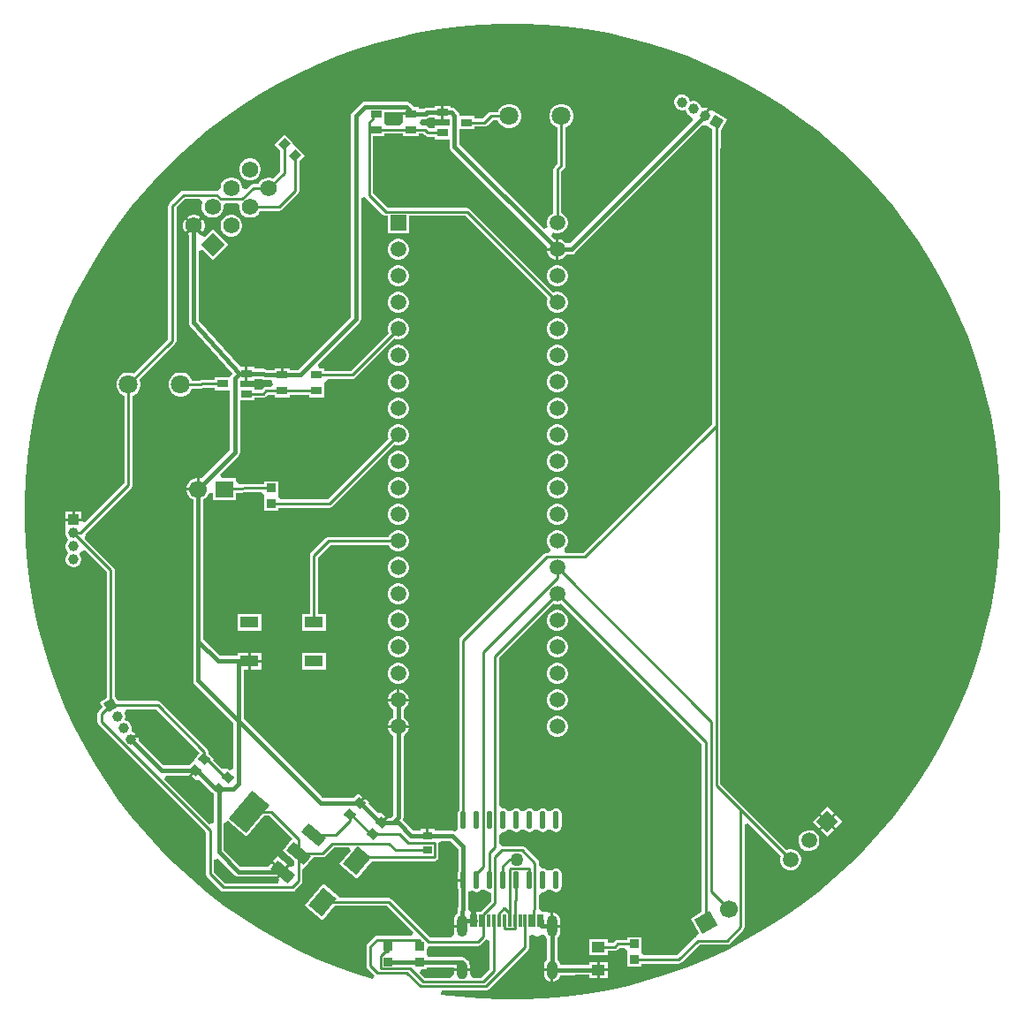
<source format=gtl>
G04*
G04 #@! TF.GenerationSoftware,Altium Limited,Altium Designer,24.6.1 (21)*
G04*
G04 Layer_Physical_Order=1*
G04 Layer_Color=255*
%FSLAX25Y25*%
%MOIN*%
G70*
G04*
G04 #@! TF.SameCoordinates,810A1A35-3EFD-48DE-86EF-F02317520920*
G04*
G04*
G04 #@! TF.FilePolarity,Positive*
G04*
G01*
G75*
%ADD11C,0.01000*%
G04:AMPARAMS|DCode=17|XSize=86.61mil|YSize=66.93mil|CornerRadius=0mil|HoleSize=0mil|Usage=FLASHONLY|Rotation=230.000|XOffset=0mil|YOffset=0mil|HoleType=Round|Shape=Rectangle|*
%AMROTATEDRECTD17*
4,1,4,0.00220,0.05469,0.05347,0.01167,-0.00220,-0.05469,-0.05347,-0.01167,0.00220,0.05469,0.0*
%
%ADD17ROTATEDRECTD17*%

%ADD18O,0.02205X0.06870*%
%ADD19R,0.03937X0.03150*%
%ADD20R,0.03937X0.02953*%
%ADD21R,0.07087X0.04331*%
G04:AMPARAMS|DCode=22|XSize=137.8mil|YSize=86.61mil|CornerRadius=0mil|HoleSize=0mil|Usage=FLASHONLY|Rotation=50.000|XOffset=0mil|YOffset=0mil|HoleType=Round|Shape=Rectangle|*
%AMROTATEDRECTD22*
4,1,4,-0.01111,-0.08062,-0.07746,-0.02494,0.01111,0.08062,0.07746,0.02494,-0.01111,-0.08062,0.0*
%
%ADD22ROTATEDRECTD22*%

G04:AMPARAMS|DCode=23|XSize=43.31mil|YSize=86.61mil|CornerRadius=0mil|HoleSize=0mil|Usage=FLASHONLY|Rotation=50.000|XOffset=0mil|YOffset=0mil|HoleType=Round|Shape=Rectangle|*
%AMROTATEDRECTD23*
4,1,4,0.01926,-0.04443,-0.04709,0.01125,-0.01926,0.04443,0.04709,-0.01125,0.01926,-0.04443,0.0*
%
%ADD23ROTATEDRECTD23*%

G04:AMPARAMS|DCode=24|XSize=31.5mil|YSize=35.43mil|CornerRadius=0mil|HoleSize=0mil|Usage=FLASHONLY|Rotation=50.000|XOffset=0mil|YOffset=0mil|HoleType=Round|Shape=Rectangle|*
%AMROTATEDRECTD24*
4,1,4,0.00345,-0.02345,-0.02369,-0.00068,-0.00345,0.02345,0.02369,0.00068,0.00345,-0.02345,0.0*
%
%ADD24ROTATEDRECTD24*%

%ADD25R,0.03543X0.03150*%
%ADD26R,0.04921X0.03937*%
%ADD57R,0.01181X0.04528*%
%ADD58R,0.03402X0.03175*%
G04:AMPARAMS|DCode=59|XSize=31.75mil|YSize=34.02mil|CornerRadius=0mil|HoleSize=0mil|Usage=FLASHONLY|Rotation=135.000|XOffset=0mil|YOffset=0mil|HoleType=Round|Shape=Rectangle|*
%AMROTATEDRECTD59*
4,1,4,0.02325,0.00080,-0.00080,-0.02325,-0.02325,-0.00080,0.00080,0.02325,0.02325,0.00080,0.0*
%
%ADD59ROTATEDRECTD59*%

%ADD60C,0.01800*%
G04:AMPARAMS|DCode=61|XSize=66.93mil|YSize=62mil|CornerRadius=0mil|HoleSize=0mil|Usage=FLASHONLY|Rotation=30.000|XOffset=0mil|YOffset=0mil|HoleType=Round|Shape=Rectangle|*
%AMROTATEDRECTD61*
4,1,4,-0.01348,-0.04358,-0.04448,0.01011,0.01348,0.04358,0.04448,-0.01011,-0.01348,-0.04358,0.0*
%
%ADD61ROTATEDRECTD61*%

%ADD62C,0.06693*%
%ADD63C,0.05906*%
%ADD64P,0.08352X4X91.0*%
%ADD65O,0.03937X0.08268*%
%ADD66O,0.03937X0.07087*%
%ADD67C,0.07087*%
%ADD68R,0.03937X0.03937*%
%ADD69C,0.03937*%
%ADD70P,0.05568X4X345.0*%
%ADD71P,0.05568X4X195.0*%
%ADD72P,0.08768X4X90.0*%
%ADD73C,0.06200*%
%ADD74R,0.05906X0.05906*%
%ADD75R,0.06693X0.06200*%
%ADD76C,0.05000*%
G36*
X-41276Y150602D02*
X-38307D01*
Y149602D01*
X-41276D01*
Y147626D01*
X-41276D01*
Y147226D01*
X-42383Y145726D01*
X-47231D01*
X-48338Y146673D01*
Y147626D01*
X-48338D01*
X-48338Y148173D01*
Y150863D01*
X-41276D01*
Y150602D01*
D02*
G37*
G36*
X-117852Y-91011D02*
X-120007Y-93580D01*
D01*
X-120971Y-94729D01*
X-121764Y-95674D01*
X-131577D01*
X-141103Y-86148D01*
Y-85528D01*
X-141276Y-84883D01*
X-143821Y-86352D01*
X-144321Y-85486D01*
X-141776Y-84017D01*
X-142248Y-83544D01*
X-142925Y-83153D01*
X-143668Y-82800D01*
X-143603Y-81980D01*
Y-81198D01*
X-143805Y-80443D01*
X-144196Y-79766D01*
X-144748Y-79214D01*
X-145425Y-78823D01*
X-146168Y-78470D01*
X-146103Y-77650D01*
Y-76868D01*
X-146305Y-76113D01*
X-146395Y-75958D01*
X-145761Y-74601D01*
X-145601Y-74458D01*
X-134405D01*
X-117852Y-91011D01*
D02*
G37*
G36*
X-119388Y-97933D02*
X-121043Y-99905D01*
X-119303Y-101365D01*
X-119303D01*
X-117849Y-101302D01*
X-114458Y-104693D01*
X-114550Y-104802D01*
X-113301Y-105850D01*
X-113170Y-105981D01*
X-113046Y-106064D01*
X-112709Y-106347D01*
Y-117365D01*
X-114209Y-117986D01*
X-131146Y-101048D01*
X-130525Y-99548D01*
X-122050D01*
X-120154Y-97290D01*
X-119388Y-97933D01*
D02*
G37*
G36*
X-82989Y-123332D02*
X-86772Y-127840D01*
X-82184Y-131691D01*
Y-133473D01*
X-83543Y-134106D01*
X-84057Y-133675D01*
X-86092Y-136100D01*
X-88126Y-138525D01*
X-87845Y-138761D01*
X-88358Y-140171D01*
X-108266D01*
X-112571Y-135866D01*
Y-131411D01*
X-111071Y-130790D01*
X-104712Y-137148D01*
X-104083Y-137568D01*
X-103342Y-137716D01*
X-89090D01*
X-88892Y-137882D01*
X-87179Y-135840D01*
X-90879Y-132735D01*
X-91808Y-133841D01*
X-102540D01*
X-108834Y-127547D01*
Y-117454D01*
X-107334Y-116754D01*
X-100334Y-122628D01*
X-93670Y-114687D01*
X-91633D01*
X-82989Y-123332D01*
D02*
G37*
G36*
X12042Y183718D02*
X20044Y183017D01*
X28008Y181969D01*
X35918Y180574D01*
X43761Y178835D01*
X51520Y176756D01*
X59181Y174341D01*
X66729Y171594D01*
X74150Y168520D01*
X81431Y165125D01*
X88556Y161416D01*
X95512Y157399D01*
X102287Y153083D01*
X108867Y148476D01*
X115240Y143586D01*
X121393Y138423D01*
X127316Y132996D01*
X132996Y127316D01*
X138423Y121393D01*
X143586Y115240D01*
X148476Y108867D01*
X153083Y102287D01*
X157399Y95512D01*
X161416Y88556D01*
X165125Y81431D01*
X168520Y74150D01*
X171594Y66729D01*
X174341Y59181D01*
X176756Y51520D01*
X178835Y43761D01*
X180574Y35918D01*
X181969Y28008D01*
X183017Y20044D01*
X183718Y12042D01*
X184068Y4016D01*
Y0D01*
Y-4016D01*
X183718Y-12042D01*
X183017Y-20044D01*
X181969Y-28008D01*
X180574Y-35918D01*
X178835Y-43761D01*
X176756Y-51520D01*
X174341Y-59181D01*
X171594Y-66729D01*
X168520Y-74150D01*
X165125Y-81431D01*
X161416Y-88556D01*
X157399Y-95512D01*
X153083Y-102287D01*
X148476Y-108867D01*
X143586Y-115240D01*
X138423Y-121393D01*
X132996Y-127316D01*
X127316Y-132996D01*
X121393Y-138423D01*
X115240Y-143586D01*
X108867Y-148476D01*
X102287Y-153083D01*
X95512Y-157399D01*
X88556Y-161416D01*
X81431Y-165125D01*
X74150Y-168520D01*
X66729Y-171594D01*
X59181Y-174341D01*
X51520Y-176756D01*
X43761Y-178835D01*
X35918Y-180574D01*
X28008Y-181969D01*
X20044Y-183017D01*
X12042Y-183718D01*
X4016Y-184068D01*
X-4016D01*
X-12042Y-183718D01*
X-20044Y-183017D01*
X-26789Y-182129D01*
X-26691Y-180629D01*
X-10100D01*
X-9515Y-180513D01*
X-9019Y-180181D01*
X5971Y-165191D01*
X6303Y-164695D01*
X6419Y-164110D01*
Y-159899D01*
X7490Y-159458D01*
X7883Y-159402D01*
X7924Y-159499D01*
X8283Y-159851D01*
X8382Y-159891D01*
X8457Y-159966D01*
X8923Y-160155D01*
X9029Y-160155D01*
X9127Y-160196D01*
X9630Y-160196D01*
X9728Y-160155D01*
X9834Y-160155D01*
X10300Y-159965D01*
X10375Y-159890D01*
X10474Y-159851D01*
X10695Y-159634D01*
X10831Y-159604D01*
X11774Y-159653D01*
X12346Y-159879D01*
X12415Y-160046D01*
X12891Y-160667D01*
X13071Y-160805D01*
Y-169011D01*
X12891Y-169149D01*
X12415Y-169769D01*
X12116Y-170491D01*
X12014Y-171266D01*
Y-172341D01*
X15008D01*
Y-172841D01*
X15508D01*
Y-177344D01*
X15783Y-177308D01*
X16505Y-177009D01*
X17125Y-176533D01*
X17601Y-175913D01*
X17900Y-175191D01*
X17954Y-174778D01*
X23700D01*
X23750Y-174768D01*
X29039D01*
Y-175800D01*
X32000D01*
Y-172831D01*
Y-169862D01*
X29039D01*
Y-170894D01*
X23710D01*
X23660Y-170904D01*
X17954D01*
X17900Y-170491D01*
X17601Y-169769D01*
X17125Y-169149D01*
X16945Y-169011D01*
Y-160805D01*
X17125Y-160667D01*
X17601Y-160046D01*
X17900Y-159324D01*
X18002Y-158549D01*
Y-156884D01*
X15008D01*
Y-156384D01*
X14508D01*
Y-151290D01*
X14280Y-151320D01*
X14222Y-151323D01*
X12779Y-150895D01*
Y-150895D01*
X11332D01*
X10029Y-149939D01*
Y-144545D01*
X11500Y-143476D01*
X12320Y-143313D01*
X13016Y-142848D01*
X13167Y-142622D01*
X13278Y-142584D01*
X14722D01*
X14833Y-142622D01*
X14985Y-142848D01*
X15680Y-143313D01*
X16500Y-143476D01*
X17321Y-143313D01*
X18016Y-142848D01*
X18481Y-142153D01*
X18644Y-141333D01*
Y-136667D01*
X18481Y-135847D01*
X18016Y-135152D01*
X17321Y-134687D01*
X16500Y-134524D01*
X15680Y-134687D01*
X14985Y-135152D01*
X14833Y-135378D01*
X14722Y-135416D01*
X13278D01*
X13167Y-135378D01*
X13016Y-135152D01*
X12320Y-134687D01*
X11500Y-134524D01*
X10029Y-133455D01*
Y-132500D01*
X9913Y-131915D01*
X9581Y-131419D01*
X4781Y-126619D01*
X4285Y-126287D01*
X3700Y-126171D01*
X-3623D01*
X-4023Y-126171D01*
X-4971Y-124862D01*
Y-121927D01*
X-3500Y-120858D01*
X-2680Y-120695D01*
X-1984Y-120231D01*
X-1833Y-120005D01*
X-1722Y-119966D01*
X-278D01*
X-167Y-120005D01*
X-16Y-120231D01*
X680Y-120695D01*
X1500Y-120858D01*
X2320Y-120695D01*
X3016Y-120231D01*
X3167Y-120005D01*
X3278Y-119966D01*
X4722D01*
X4833Y-120005D01*
X4984Y-120231D01*
X5680Y-120695D01*
X6500Y-120858D01*
X7320Y-120695D01*
X8016Y-120231D01*
X8167Y-120005D01*
X8278Y-119966D01*
X9722D01*
X9833Y-120005D01*
X9984Y-120231D01*
X10680Y-120695D01*
X11500Y-120858D01*
X12320Y-120695D01*
X13016Y-120231D01*
X13167Y-120005D01*
X13278Y-119966D01*
X14722D01*
X14833Y-120005D01*
X14984Y-120231D01*
X15680Y-120695D01*
X16500Y-120858D01*
X17320Y-120695D01*
X18016Y-120231D01*
X18480Y-119535D01*
X18643Y-118715D01*
Y-114049D01*
X18480Y-113229D01*
X18016Y-112534D01*
X17320Y-112069D01*
X16500Y-111906D01*
X15680Y-112069D01*
X14984Y-112534D01*
X14833Y-112760D01*
X14722Y-112798D01*
X13278D01*
X13167Y-112760D01*
X13016Y-112534D01*
X12320Y-112069D01*
X11500Y-111906D01*
X10680Y-112069D01*
X9984Y-112534D01*
X9833Y-112760D01*
X9722Y-112798D01*
X8278D01*
X8167Y-112760D01*
X8016Y-112534D01*
X7320Y-112069D01*
X6500Y-111906D01*
X5680Y-112069D01*
X4984Y-112534D01*
X4833Y-112760D01*
X4722Y-112798D01*
X3278D01*
X3167Y-112760D01*
X3016Y-112534D01*
X2320Y-112069D01*
X1500Y-111906D01*
X680Y-112069D01*
X-16Y-112534D01*
X-167Y-112760D01*
X-278Y-112798D01*
X-1722D01*
X-1833Y-112760D01*
X-1984Y-112534D01*
X-2680Y-112069D01*
X-3500Y-111906D01*
X-4971Y-110837D01*
Y-55133D01*
X15478Y-34685D01*
X16480Y-34953D01*
X17520D01*
X18522Y-34685D01*
X71526Y-87689D01*
Y-151002D01*
X67242Y-153476D01*
X70394Y-158936D01*
X69512Y-160368D01*
X69415Y-160387D01*
X68919Y-160719D01*
X62200Y-167437D01*
X49762D01*
X48701Y-166376D01*
X48701Y-164878D01*
Y-160447D01*
X43299D01*
Y-161505D01*
X39735D01*
X39150Y-161621D01*
X38654Y-161953D01*
X37966Y-162640D01*
X35961D01*
Y-161200D01*
X29039D01*
Y-167138D01*
X35961D01*
Y-165698D01*
X38600D01*
X39185Y-165582D01*
X39681Y-165250D01*
X40369Y-164563D01*
X42239D01*
X43299Y-165624D01*
X43299Y-167122D01*
Y-171554D01*
X48701D01*
Y-170495D01*
X62834D01*
X63419Y-170379D01*
X63915Y-170047D01*
X70634Y-163329D01*
X81000D01*
X81585Y-163213D01*
X82081Y-162881D01*
X87181Y-157781D01*
X87513Y-157285D01*
X87629Y-156700D01*
Y-118063D01*
X89015Y-117489D01*
X101301Y-129774D01*
X101271Y-129829D01*
X101019Y-130839D01*
X101037Y-131880D01*
X101324Y-132880D01*
X101860Y-133773D01*
X102609Y-134495D01*
X103519Y-135000D01*
X104529Y-135252D01*
X105569Y-135234D01*
X106570Y-134947D01*
X107462Y-134411D01*
X108185Y-133662D01*
X108689Y-132752D01*
X108941Y-131742D01*
X108923Y-130701D01*
X108636Y-129701D01*
X108100Y-128809D01*
X107352Y-128086D01*
X106441Y-127581D01*
X105431Y-127329D01*
X104391Y-127348D01*
X103465Y-127613D01*
X87181Y-111329D01*
X78529Y-102677D01*
Y32500D01*
Y136957D01*
X78565Y137136D01*
Y143676D01*
X81091Y148051D01*
X75949Y151019D01*
D01*
X74631Y151737D01*
X74608Y151760D01*
X73138Y149214D01*
X72272Y149714D01*
X73742Y152260D01*
X73096Y152433D01*
X72315D01*
X71495Y152367D01*
X71141Y153110D01*
X70751Y153787D01*
X70198Y154340D01*
X69521Y154731D01*
X68766Y154933D01*
X67984D01*
X67164Y154867D01*
X66811Y155610D01*
X66421Y156287D01*
X65868Y156840D01*
X65191Y157231D01*
X64436Y157433D01*
X63654D01*
X62899Y157231D01*
X62222Y156840D01*
X61670Y156287D01*
X61279Y155610D01*
X61077Y154855D01*
Y154074D01*
X61279Y153319D01*
X61670Y152642D01*
X62222Y152089D01*
X62899Y151698D01*
X63654Y151496D01*
X64436D01*
X65256Y151561D01*
X65609Y150819D01*
X66000Y150142D01*
X66553Y149589D01*
X67229Y149198D01*
X67505Y149125D01*
X67994Y147919D01*
X67997Y147496D01*
X21797Y101295D01*
X20163Y101427D01*
X19427Y102163D01*
X18526Y102683D01*
X17520Y102953D01*
X17500D01*
Y99000D01*
Y95047D01*
X17520D01*
X18526Y95317D01*
X19427Y95837D01*
X20163Y96573D01*
X20446Y97063D01*
X22241D01*
X22982Y97210D01*
X23611Y97630D01*
X71541Y145560D01*
X72981Y145878D01*
X75506Y144420D01*
Y137279D01*
X75471Y137100D01*
Y33134D01*
X26866Y-15471D01*
X20162D01*
X19763Y-14760D01*
X19619Y-13971D01*
X20163Y-13427D01*
X20683Y-12526D01*
X20953Y-11520D01*
Y-10480D01*
X20683Y-9474D01*
X20163Y-8573D01*
X19427Y-7837D01*
X18526Y-7317D01*
X17520Y-7047D01*
X16480D01*
X15474Y-7317D01*
X14573Y-7837D01*
X13837Y-8573D01*
X13317Y-9474D01*
X13047Y-10480D01*
Y-11520D01*
X13317Y-12526D01*
X13837Y-13427D01*
X14381Y-13971D01*
X14237Y-14760D01*
X13838Y-15471D01*
X13000D01*
X12415Y-15587D01*
X11919Y-15919D01*
X-19581Y-47419D01*
X-19913Y-47915D01*
X-20029Y-48500D01*
Y-112554D01*
X-20480Y-113229D01*
X-20643Y-114049D01*
Y-118715D01*
X-20480Y-119535D01*
X-20463Y-119561D01*
X-21545Y-120642D01*
X-21826Y-120454D01*
X-22568Y-120307D01*
X-29228D01*
Y-119669D01*
X-31500D01*
Y-122244D01*
X-32500D01*
Y-119669D01*
X-34772D01*
Y-120307D01*
X-37442D01*
X-41374Y-116375D01*
X-41210Y-116130D01*
X-41063Y-115389D01*
Y-84446D01*
X-40573Y-84163D01*
X-39837Y-83427D01*
X-39317Y-82526D01*
X-39047Y-81520D01*
Y-81500D01*
X-46953D01*
Y-81520D01*
X-46683Y-82526D01*
X-46163Y-83427D01*
X-45427Y-84163D01*
X-44937Y-84446D01*
Y-114586D01*
X-45802Y-115452D01*
X-46950D01*
X-48845Y-117710D01*
X-49611Y-117067D01*
X-47956Y-115095D01*
X-49697Y-113635D01*
X-49697D01*
X-50768Y-113682D01*
X-54316Y-110134D01*
X-53950Y-109698D01*
X-55690Y-108238D01*
X-57345Y-110210D01*
X-58111Y-109567D01*
X-56456Y-107595D01*
X-58197Y-106135D01*
X-59721Y-107952D01*
X-71509D01*
X-101363Y-78098D01*
Y-59448D01*
X-99705D01*
Y-56283D01*
Y-53118D01*
X-103748D01*
Y-54346D01*
X-110198D01*
X-116563Y-47981D01*
Y4600D01*
X-115831Y5022D01*
X-115022Y5831D01*
X-114450Y6822D01*
X-114347Y7208D01*
X-112847Y7010D01*
Y4400D01*
X-104154D01*
Y7190D01*
X-99295Y7437D01*
X-94762D01*
X-93701Y6376D01*
X-93701Y4878D01*
Y446D01*
X-88299D01*
Y1505D01*
X-68966D01*
X-68381Y1621D01*
X-67885Y1953D01*
X-44522Y25315D01*
X-43520Y25047D01*
X-42480D01*
X-41474Y25317D01*
X-40573Y25837D01*
X-39837Y26573D01*
X-39317Y27474D01*
X-39047Y28480D01*
Y29520D01*
X-39317Y30526D01*
X-39837Y31427D01*
X-40573Y32163D01*
X-41474Y32683D01*
X-42480Y32953D01*
X-43520D01*
X-44526Y32683D01*
X-45427Y32163D01*
X-46163Y31427D01*
X-46683Y30526D01*
X-46953Y29520D01*
Y28480D01*
X-46685Y27478D01*
X-69599Y4563D01*
X-87239D01*
X-88299Y5624D01*
X-88299Y7122D01*
Y11553D01*
X-93701D01*
Y10495D01*
X-99334D01*
X-99373Y10488D01*
X-99412Y10493D01*
X-103066Y10308D01*
X-104154Y11341D01*
Y12600D01*
X-109701D01*
X-110275Y13986D01*
X-103230Y21030D01*
X-102810Y21659D01*
X-102663Y22400D01*
Y41972D01*
X-97306D01*
Y43018D01*
X-94100D01*
X-93515Y43134D01*
X-93019Y43466D01*
X-92350Y44134D01*
X-89770D01*
Y43187D01*
X-83833D01*
Y44134D01*
X-76771D01*
Y43187D01*
X-70833D01*
Y48140D01*
X-70833D01*
Y48539D01*
X-69726Y50039D01*
X-60431D01*
X-59846Y50156D01*
X-59350Y50487D01*
X-44522Y65316D01*
X-43520Y65047D01*
X-42480D01*
X-41474Y65317D01*
X-40573Y65837D01*
X-39837Y66573D01*
X-39317Y67474D01*
X-39047Y68480D01*
Y69520D01*
X-39317Y70526D01*
X-39837Y71427D01*
X-40573Y72163D01*
X-41474Y72683D01*
X-42480Y72953D01*
X-43520D01*
X-44526Y72683D01*
X-45427Y72163D01*
X-46163Y71427D01*
X-46683Y70526D01*
X-46953Y69520D01*
Y68480D01*
X-46685Y67478D01*
X-61065Y53098D01*
X-70833D01*
Y54045D01*
X-72824D01*
X-73398Y55431D01*
X-57530Y71299D01*
X-57110Y71927D01*
X-56963Y72669D01*
Y118265D01*
X-55574Y118859D01*
X-55463Y118840D01*
X-55181Y118419D01*
X-48781Y112019D01*
X-48285Y111687D01*
X-47700Y111571D01*
X-46953D01*
Y105047D01*
X-39047D01*
Y111571D01*
X-17733D01*
X13316Y80522D01*
X13047Y79520D01*
Y78480D01*
X13317Y77474D01*
X13837Y76573D01*
X14573Y75837D01*
X15474Y75317D01*
X16480Y75047D01*
X17520D01*
X18526Y75317D01*
X19427Y75837D01*
X20163Y76573D01*
X20683Y77474D01*
X20953Y78480D01*
Y79520D01*
X20683Y80526D01*
X20163Y81427D01*
X19427Y82163D01*
X18526Y82683D01*
X17520Y82953D01*
X16480D01*
X15478Y82684D01*
X-16019Y114181D01*
X-16515Y114513D01*
X-17100Y114629D01*
X-47067D01*
X-52571Y120133D01*
Y141721D01*
X-48338D01*
Y142668D01*
X-41276D01*
Y141721D01*
X-35339D01*
Y142668D01*
X-33533D01*
X-32865Y141999D01*
X-32369Y141668D01*
X-31784Y141551D01*
X-29303D01*
Y140506D01*
X-23737D01*
Y137800D01*
X-23590Y137059D01*
X-23170Y136430D01*
X13194Y100067D01*
X13047Y99520D01*
Y99500D01*
X16500D01*
Y102953D01*
X16480D01*
X15933Y102806D01*
X14719Y104021D01*
X15474Y105317D01*
X16480Y105047D01*
X17520D01*
X18526Y105317D01*
X19427Y105837D01*
X20163Y106573D01*
X20683Y107474D01*
X20953Y108480D01*
Y109520D01*
X20683Y110526D01*
X20163Y111427D01*
X19427Y112163D01*
X18529Y112681D01*
Y128466D01*
X19588Y129525D01*
X19920Y130021D01*
X20036Y130607D01*
Y144973D01*
X20259Y145033D01*
X21295Y145631D01*
X22141Y146477D01*
X22739Y147513D01*
X23049Y148668D01*
Y149864D01*
X22739Y151020D01*
X22141Y152056D01*
X21295Y152902D01*
X20259Y153500D01*
X19104Y153810D01*
X17907D01*
X16752Y153500D01*
X15716Y152902D01*
X14870Y152056D01*
X14272Y151020D01*
X13962Y149864D01*
Y148668D01*
X14272Y147513D01*
X14870Y146477D01*
X15716Y145631D01*
X16752Y145033D01*
X16977Y144972D01*
Y131240D01*
X15919Y130181D01*
X15587Y129685D01*
X15471Y129100D01*
Y112681D01*
X14573Y112163D01*
X13837Y111427D01*
X13317Y110526D01*
X13047Y109520D01*
Y108480D01*
X13317Y107474D01*
X12021Y106719D01*
X-19863Y138602D01*
Y144246D01*
X-14311D01*
Y145292D01*
X-10500D01*
X-9915Y145408D01*
X-9419Y145740D01*
X-7421Y147737D01*
X-5473D01*
X-5413Y147513D01*
X-4815Y146477D01*
X-3969Y145631D01*
X-2933Y145033D01*
X-1778Y144723D01*
X-581D01*
X574Y145033D01*
X1610Y145631D01*
X2456Y146477D01*
X3054Y147513D01*
X3364Y148668D01*
Y149864D01*
X3054Y151020D01*
X2456Y152056D01*
X1610Y152902D01*
X574Y153500D01*
X-581Y153810D01*
X-1778D01*
X-2933Y153500D01*
X-3969Y152902D01*
X-4815Y152056D01*
X-5413Y151020D01*
X-5473Y150796D01*
X-8055D01*
X-8640Y150679D01*
X-9136Y150348D01*
X-11134Y148350D01*
X-14311D01*
Y149396D01*
X-19863D01*
Y149500D01*
X-20010Y150241D01*
X-20430Y150870D01*
X-21491Y151931D01*
X-22120Y152351D01*
X-22861Y152498D01*
X-23366D01*
Y153136D01*
X-25835D01*
Y150561D01*
Y147986D01*
X-23737D01*
Y145655D01*
X-29303D01*
Y144610D01*
X-31150D01*
X-31819Y145278D01*
X-32315Y145610D01*
X-32900Y145726D01*
X-34231D01*
X-34248Y145741D01*
X-34922Y146665D01*
X-34209Y148165D01*
X-32600D01*
X-31859Y148313D01*
X-31393Y148624D01*
X-29303D01*
Y147986D01*
X-26835D01*
Y150561D01*
Y153136D01*
X-29303D01*
Y152498D01*
X-32141D01*
X-32883Y152351D01*
X-33348Y152040D01*
X-35339D01*
Y152579D01*
X-37169D01*
X-37430Y152970D01*
X-38630Y154170D01*
X-39259Y154590D01*
X-40000Y154737D01*
X-55600D01*
X-56341Y154590D01*
X-56970Y154170D01*
X-60270Y150870D01*
X-60690Y150241D01*
X-60837Y149500D01*
Y73471D01*
X-80802Y53506D01*
X-83833D01*
Y54045D01*
X-86302D01*
Y51569D01*
X-87302D01*
Y54045D01*
X-89770D01*
Y53506D01*
X-92593D01*
X-93059Y53817D01*
X-93800Y53965D01*
X-97306D01*
Y54602D01*
X-99774D01*
Y52027D01*
Y49453D01*
X-97306D01*
Y50090D01*
X-94548D01*
X-94083Y49779D01*
X-93341Y49632D01*
X-90900D01*
X-90187Y48132D01*
X-90861Y47207D01*
X-90878Y47193D01*
X-92984D01*
X-93569Y47076D01*
X-94065Y46745D01*
X-94734Y46076D01*
X-97306D01*
Y47122D01*
X-102663D01*
Y49453D01*
X-100774D01*
Y52027D01*
Y54602D01*
X-102755D01*
X-118205Y72199D01*
Y98234D01*
X-116819Y98808D01*
X-113071Y95060D01*
X-107273Y100858D01*
X-113071Y106656D01*
X-115913Y103814D01*
X-116800Y103930D01*
X-117482Y104366D01*
X-117478Y104557D01*
X-120142Y107222D01*
X-122688Y104676D01*
X-122660Y104648D01*
X-122079Y104313D01*
Y71470D01*
X-122018Y71159D01*
X-121976Y70846D01*
X-121944Y70791D01*
X-121932Y70728D01*
X-121756Y70465D01*
X-121598Y70192D01*
X-105726Y52113D01*
X-105970Y51870D01*
X-106390Y51241D01*
X-106465Y50862D01*
X-112298D01*
Y49817D01*
X-117113D01*
X-117698Y49700D01*
X-117954Y49529D01*
X-120815D01*
X-120875Y49754D01*
X-121474Y50790D01*
X-122319Y51635D01*
X-123355Y52234D01*
X-124511Y52543D01*
X-125707D01*
X-126863Y52234D01*
X-127899Y51635D01*
X-128744Y50790D01*
X-129343Y49754D01*
X-129652Y48598D01*
Y47402D01*
X-129343Y46246D01*
X-128744Y45210D01*
X-127899Y44365D01*
X-126863Y43766D01*
X-125707Y43457D01*
X-124511D01*
X-123355Y43766D01*
X-122319Y44365D01*
X-121474Y45210D01*
X-120875Y46246D01*
X-120815Y46471D01*
X-117400D01*
X-116815Y46587D01*
X-116559Y46758D01*
X-112298D01*
Y45713D01*
X-106537D01*
Y23202D01*
X-117112Y12628D01*
X-117928Y12846D01*
X-118000D01*
Y8500D01*
X-118500D01*
Y8000D01*
X-122846D01*
Y7928D01*
X-122550Y6822D01*
X-121978Y5831D01*
X-121169Y5022D01*
X-120437Y4600D01*
Y-48783D01*
Y-63700D01*
X-120290Y-64441D01*
X-119870Y-65070D01*
X-105237Y-79702D01*
Y-96924D01*
X-106597Y-97558D01*
X-107697Y-96635D01*
X-107984Y-96978D01*
X-109483Y-97043D01*
X-112851Y-93675D01*
X-112450Y-93198D01*
X-114699Y-91311D01*
Y-90472D01*
X-114815Y-89886D01*
X-115147Y-89390D01*
X-132690Y-71847D01*
X-133186Y-71516D01*
X-133771Y-71399D01*
X-149027D01*
X-150042Y-69641D01*
Y-21972D01*
X-150158Y-21387D01*
X-150490Y-20891D01*
X-161127Y-10254D01*
X-161048Y-8211D01*
X-143714Y9123D01*
X-143382Y9619D01*
X-143266Y10205D01*
Y43706D01*
X-143040Y43766D01*
X-142004Y44365D01*
X-141158Y45210D01*
X-140560Y46246D01*
X-140251Y47402D01*
Y48598D01*
X-140560Y49754D01*
X-140677Y49955D01*
X-127219Y63414D01*
X-126887Y63910D01*
X-126771Y64495D01*
Y114666D01*
X-123467Y117971D01*
X-117822D01*
X-116926Y116634D01*
X-116922Y116471D01*
X-117171Y115540D01*
Y114460D01*
X-116892Y113417D01*
X-116352Y112483D01*
X-115588Y111719D01*
X-114654Y111179D01*
X-113611Y110900D01*
X-112531D01*
X-111488Y111179D01*
X-110554Y111719D01*
X-109790Y112483D01*
X-109250Y113417D01*
X-108971Y114460D01*
Y115540D01*
X-108334Y116371D01*
X-103666D01*
X-103029Y115540D01*
Y114460D01*
X-102750Y113417D01*
X-102210Y112483D01*
X-101446Y111719D01*
X-100512Y111179D01*
X-99469Y110900D01*
X-98389D01*
X-97347Y111179D01*
X-96412Y111719D01*
X-95648Y112483D01*
X-95108Y113417D01*
X-95094Y113471D01*
X-88000D01*
X-87415Y113587D01*
X-86919Y113919D01*
X-80821Y120016D01*
X-80490Y120512D01*
X-80373Y121097D01*
Y132273D01*
X-78163Y134483D01*
X-81823Y138142D01*
X-81823Y138142D01*
X-82883Y139203D01*
X-86017Y142337D01*
X-89837Y138517D01*
X-87627Y136307D01*
Y128465D01*
X-90228Y125864D01*
X-90275Y125892D01*
X-91318Y126171D01*
X-92398D01*
X-93440Y125892D01*
X-94375Y125352D01*
X-95139Y124589D01*
X-95678Y123653D01*
X-95693Y123600D01*
X-97729D01*
X-98314Y123484D01*
X-98810Y123152D01*
X-100400Y121563D01*
X-101900Y122184D01*
Y122611D01*
X-102179Y123653D01*
X-102719Y124589D01*
X-103482Y125352D01*
X-104418Y125892D01*
X-105460Y126171D01*
X-106540D01*
X-107582Y125892D01*
X-108518Y125352D01*
X-109281Y124589D01*
X-109821Y123653D01*
X-110100Y122611D01*
Y122039D01*
X-110474Y121624D01*
X-111131Y121136D01*
X-111508Y120991D01*
X-111700Y121029D01*
X-124100D01*
X-124685Y120913D01*
X-125181Y120581D01*
X-129381Y116381D01*
X-129713Y115885D01*
X-129829Y115300D01*
Y65129D01*
X-142840Y52118D01*
X-143040Y52234D01*
X-144196Y52543D01*
X-145392D01*
X-146548Y52234D01*
X-147584Y51635D01*
X-148430Y50790D01*
X-149028Y49754D01*
X-149337Y48598D01*
Y47402D01*
X-149028Y46246D01*
X-148430Y45210D01*
X-147584Y44365D01*
X-146548Y43766D01*
X-146325Y43707D01*
Y10838D01*
X-161189Y-4026D01*
X-162459Y-3500D01*
X-165543D01*
X-168512D01*
Y-5968D01*
X-168512Y-5968D01*
X-168474Y-7468D01*
X-168512Y-7609D01*
Y-8391D01*
X-168310Y-9146D01*
X-167919Y-9823D01*
X-167452Y-10500D01*
X-167919Y-11177D01*
X-168310Y-11854D01*
X-168512Y-12609D01*
Y-13391D01*
X-168310Y-14146D01*
X-167919Y-14823D01*
X-167452Y-15500D01*
X-167919Y-16177D01*
X-168310Y-16854D01*
X-168512Y-17609D01*
Y-18391D01*
X-168310Y-19146D01*
X-167919Y-19823D01*
X-167366Y-20375D01*
X-166689Y-20766D01*
X-165934Y-20968D01*
X-165153D01*
X-164398Y-20766D01*
X-163721Y-20375D01*
X-163168Y-19823D01*
X-162777Y-19146D01*
X-162575Y-18391D01*
Y-17609D01*
X-162777Y-16854D01*
X-163168Y-16177D01*
X-163218Y-16105D01*
X-162626Y-14820D01*
X-161127Y-14580D01*
X-153101Y-22606D01*
Y-70384D01*
X-155626Y-71842D01*
X-154536Y-73731D01*
X-156081Y-75276D01*
X-156413Y-75772D01*
X-156529Y-76358D01*
Y-79358D01*
X-156413Y-79943D01*
X-156081Y-80439D01*
X-115629Y-120891D01*
Y-136500D01*
X-115513Y-137085D01*
X-115181Y-137581D01*
X-109981Y-142781D01*
X-109485Y-143113D01*
X-108900Y-143229D01*
X-83000D01*
X-82415Y-143113D01*
X-81919Y-142781D01*
X-79573Y-140436D01*
X-79241Y-139939D01*
X-79125Y-139354D01*
Y-134936D01*
X-78605Y-134693D01*
X-78605D01*
X-74979Y-130371D01*
X-71500D01*
X-70915Y-130255D01*
X-70419Y-129923D01*
X-67225Y-126729D01*
X-61733D01*
X-61099Y-128089D01*
X-65264Y-133053D01*
X-58605Y-138640D01*
X-52890Y-131829D01*
X-29400D01*
X-28815Y-131713D01*
X-28319Y-131381D01*
X-27987Y-130885D01*
X-27871Y-130300D01*
Y-125000D01*
X-26504Y-124181D01*
X-23370D01*
X-20437Y-127114D01*
Y-135782D01*
X-20480Y-135847D01*
X-20643Y-136667D01*
Y-138500D01*
X-18500D01*
Y-139500D01*
X-20643D01*
Y-141333D01*
X-20480Y-142153D01*
X-20437Y-142218D01*
Y-147039D01*
X-20696Y-151772D01*
X-21125Y-152102D01*
X-21601Y-152722D01*
X-21900Y-153444D01*
X-22002Y-154219D01*
Y-155884D01*
X-19008D01*
Y-156884D01*
X-22002D01*
Y-158549D01*
X-21907Y-159271D01*
X-21905Y-159332D01*
X-22834Y-160766D01*
X-22842Y-160771D01*
X-30867D01*
X-45482Y-146156D01*
X-45978Y-145824D01*
X-46563Y-145708D01*
X-65022D01*
X-71395Y-140360D01*
X-78248Y-148527D01*
X-71589Y-154114D01*
X-67102Y-148766D01*
X-47196D01*
X-37378Y-158585D01*
X-37952Y-159971D01*
X-51000D01*
X-51585Y-160087D01*
X-52081Y-160419D01*
X-54581Y-162919D01*
X-54913Y-163415D01*
X-55029Y-164000D01*
Y-171400D01*
X-54913Y-171985D01*
X-54581Y-172481D01*
X-52081Y-174981D01*
X-52010Y-175029D01*
X-52666Y-176395D01*
X-59181Y-174341D01*
X-66729Y-171594D01*
X-74150Y-168520D01*
X-81431Y-165125D01*
X-88556Y-161416D01*
X-95512Y-157399D01*
X-102287Y-153083D01*
X-108867Y-148476D01*
X-115240Y-143586D01*
X-121393Y-138423D01*
X-127316Y-132996D01*
X-132996Y-127316D01*
X-138423Y-121393D01*
X-143586Y-115240D01*
X-148476Y-108867D01*
X-153083Y-102287D01*
X-157399Y-95512D01*
X-161416Y-88556D01*
X-165125Y-81431D01*
X-168520Y-74150D01*
X-171594Y-66729D01*
X-174341Y-59181D01*
X-176756Y-51520D01*
X-178835Y-43761D01*
X-180574Y-35918D01*
X-181969Y-28008D01*
X-183017Y-20044D01*
X-183718Y-12042D01*
X-184068Y-4016D01*
Y0D01*
Y4016D01*
X-183718Y12042D01*
X-183017Y20044D01*
X-181969Y28008D01*
X-180574Y35918D01*
X-178835Y43761D01*
X-176756Y51520D01*
X-174341Y59181D01*
X-171594Y66729D01*
X-168520Y74150D01*
X-165125Y81431D01*
X-161416Y88556D01*
X-157399Y95512D01*
X-153083Y102287D01*
X-148476Y108867D01*
X-143586Y115240D01*
X-138423Y121393D01*
X-132996Y127316D01*
X-127316Y132996D01*
X-121393Y138423D01*
X-115240Y143586D01*
X-108867Y148476D01*
X-102287Y153083D01*
X-95512Y157399D01*
X-88556Y161416D01*
X-81431Y165125D01*
X-74150Y168520D01*
X-66729Y171594D01*
X-59181Y174341D01*
X-51520Y176756D01*
X-43761Y178835D01*
X-35918Y180574D01*
X-28008Y181969D01*
X-20044Y183017D01*
X-12042Y183718D01*
X-4016Y184068D01*
X4016D01*
X12042Y183718D01*
D02*
G37*
G36*
X-10166Y-142622D02*
X-10016Y-142848D01*
X-9320Y-143313D01*
X-8500Y-143476D01*
X-8029Y-143862D01*
Y-146867D01*
X-11939Y-150777D01*
X-12019Y-150895D01*
X-13630D01*
Y-154159D01*
X-14508D01*
Y-150895D01*
X-14689D01*
Y-154159D01*
X-15689D01*
Y-150882D01*
X-16708Y-149806D01*
X-16566Y-147198D01*
X-16573Y-147145D01*
X-16563Y-147092D01*
Y-143233D01*
X-15063Y-142778D01*
X-15015Y-142848D01*
X-14320Y-143313D01*
X-13500Y-143476D01*
X-12679Y-143313D01*
X-11984Y-142848D01*
X-11833Y-142622D01*
X-11722Y-142584D01*
X-10278D01*
X-10166Y-142622D01*
D02*
G37*
G36*
X-9238Y-161530D02*
X-8450Y-161955D01*
Y-172667D01*
X-11654Y-175871D01*
X-14908D01*
X-16014Y-174416D01*
Y-173341D01*
X-22002D01*
Y-174416D01*
X-23108Y-175871D01*
X-32967D01*
X-34898Y-173939D01*
X-34324Y-172554D01*
X-32299D01*
Y-171903D01*
X-22002D01*
Y-172341D01*
X-16014D01*
Y-171266D01*
X-16116Y-170491D01*
X-16415Y-169769D01*
X-16891Y-169149D01*
X-17511Y-168673D01*
X-17616Y-168630D01*
X-17638Y-168596D01*
X-18267Y-168176D01*
X-19008Y-168029D01*
X-32075D01*
X-32299Y-166622D01*
X-32299Y-166621D01*
X-32299Y-166621D01*
Y-165200D01*
X-31500Y-163829D01*
X-13000D01*
X-12415Y-163713D01*
X-11919Y-163381D01*
X-9950Y-161413D01*
X-9238Y-161530D01*
D02*
G37*
%LPC*%
G36*
X-88524Y-129927D02*
X-90237Y-131969D01*
X-86536Y-135074D01*
X-84823Y-133032D01*
X-88524Y-129927D01*
D02*
G37*
G36*
X-98389Y133242D02*
X-99469D01*
X-100512Y132963D01*
X-101446Y132423D01*
X-102210Y131660D01*
X-102750Y130725D01*
X-103029Y129682D01*
Y128602D01*
X-102750Y127560D01*
X-102210Y126625D01*
X-101446Y125861D01*
X-100512Y125322D01*
X-99469Y125042D01*
X-98389D01*
X-97347Y125322D01*
X-96412Y125861D01*
X-95648Y126625D01*
X-95108Y127560D01*
X-94829Y128602D01*
Y129682D01*
X-95108Y130725D01*
X-95648Y131660D01*
X-96412Y132423D01*
X-97347Y132963D01*
X-98389Y133242D01*
D02*
G37*
G36*
X-119602Y112029D02*
X-120682D01*
X-121725Y111750D01*
X-122660Y111210D01*
X-122688Y111182D01*
X-120142Y108636D01*
X-117597Y111182D01*
X-117625Y111210D01*
X-118560Y111750D01*
X-119602Y112029D01*
D02*
G37*
G36*
X-116890Y110475D02*
X-119435Y107929D01*
X-116890Y105383D01*
X-116861Y105412D01*
X-116322Y106346D01*
X-116042Y107389D01*
Y108469D01*
X-116322Y109511D01*
X-116861Y110447D01*
X-116890Y110475D01*
D02*
G37*
G36*
X-123395D02*
X-123423Y110447D01*
X-123963Y109511D01*
X-124242Y108469D01*
Y107389D01*
X-123963Y106346D01*
X-123423Y105412D01*
X-123395Y105383D01*
X-120849Y107929D01*
X-123395Y110475D01*
D02*
G37*
G36*
X-105460Y112029D02*
X-106540D01*
X-107582Y111750D01*
X-108518Y111210D01*
X-109281Y110447D01*
X-109821Y109511D01*
X-110100Y108469D01*
Y107389D01*
X-109821Y106346D01*
X-109281Y105412D01*
X-108518Y104648D01*
X-107582Y104108D01*
X-106540Y103829D01*
X-105460D01*
X-104418Y104108D01*
X-103482Y104648D01*
X-102719Y105412D01*
X-102179Y106346D01*
X-101900Y107389D01*
Y108469D01*
X-102179Y109511D01*
X-102719Y110447D01*
X-103482Y111210D01*
X-104418Y111750D01*
X-105460Y112029D01*
D02*
G37*
G36*
X16500Y98500D02*
X13047D01*
Y98480D01*
X13317Y97474D01*
X13837Y96573D01*
X14573Y95837D01*
X15474Y95317D01*
X16480Y95047D01*
X16500D01*
Y98500D01*
D02*
G37*
G36*
X-42480Y102953D02*
X-43520D01*
X-44526Y102683D01*
X-45427Y102163D01*
X-46163Y101427D01*
X-46683Y100526D01*
X-46953Y99520D01*
Y98480D01*
X-46683Y97474D01*
X-46163Y96573D01*
X-45427Y95837D01*
X-44526Y95317D01*
X-43520Y95047D01*
X-42480D01*
X-41474Y95317D01*
X-40573Y95837D01*
X-39837Y96573D01*
X-39317Y97474D01*
X-39047Y98480D01*
Y99520D01*
X-39317Y100526D01*
X-39837Y101427D01*
X-40573Y102163D01*
X-41474Y102683D01*
X-42480Y102953D01*
D02*
G37*
G36*
X17520Y92953D02*
X16480D01*
X15474Y92683D01*
X14573Y92163D01*
X13837Y91427D01*
X13317Y90526D01*
X13047Y89520D01*
Y88480D01*
X13317Y87474D01*
X13837Y86573D01*
X14573Y85837D01*
X15474Y85317D01*
X16480Y85047D01*
X17520D01*
X18526Y85317D01*
X19427Y85837D01*
X20163Y86573D01*
X20683Y87474D01*
X20953Y88480D01*
Y89520D01*
X20683Y90526D01*
X20163Y91427D01*
X19427Y92163D01*
X18526Y92683D01*
X17520Y92953D01*
D02*
G37*
G36*
X-42480D02*
X-43520D01*
X-44526Y92683D01*
X-45427Y92163D01*
X-46163Y91427D01*
X-46683Y90526D01*
X-46953Y89520D01*
Y88480D01*
X-46683Y87474D01*
X-46163Y86573D01*
X-45427Y85837D01*
X-44526Y85317D01*
X-43520Y85047D01*
X-42480D01*
X-41474Y85317D01*
X-40573Y85837D01*
X-39837Y86573D01*
X-39317Y87474D01*
X-39047Y88480D01*
Y89520D01*
X-39317Y90526D01*
X-39837Y91427D01*
X-40573Y92163D01*
X-41474Y92683D01*
X-42480Y92953D01*
D02*
G37*
G36*
Y82953D02*
X-43520D01*
X-44526Y82683D01*
X-45427Y82163D01*
X-46163Y81427D01*
X-46683Y80526D01*
X-46953Y79520D01*
Y78480D01*
X-46683Y77474D01*
X-46163Y76573D01*
X-45427Y75837D01*
X-44526Y75317D01*
X-43520Y75047D01*
X-42480D01*
X-41474Y75317D01*
X-40573Y75837D01*
X-39837Y76573D01*
X-39317Y77474D01*
X-39047Y78480D01*
Y79520D01*
X-39317Y80526D01*
X-39837Y81427D01*
X-40573Y82163D01*
X-41474Y82683D01*
X-42480Y82953D01*
D02*
G37*
G36*
X17520Y72953D02*
X16480D01*
X15474Y72683D01*
X14573Y72163D01*
X13837Y71427D01*
X13317Y70526D01*
X13047Y69520D01*
Y68480D01*
X13317Y67474D01*
X13837Y66573D01*
X14573Y65837D01*
X15474Y65317D01*
X16480Y65047D01*
X17520D01*
X18526Y65317D01*
X19427Y65837D01*
X20163Y66573D01*
X20683Y67474D01*
X20953Y68480D01*
Y69520D01*
X20683Y70526D01*
X20163Y71427D01*
X19427Y72163D01*
X18526Y72683D01*
X17520Y72953D01*
D02*
G37*
G36*
Y62953D02*
X16480D01*
X15474Y62683D01*
X14573Y62163D01*
X13837Y61427D01*
X13317Y60526D01*
X13047Y59520D01*
Y58480D01*
X13317Y57474D01*
X13837Y56573D01*
X14573Y55837D01*
X15474Y55317D01*
X16480Y55047D01*
X17520D01*
X18526Y55317D01*
X19427Y55837D01*
X20163Y56573D01*
X20683Y57474D01*
X20953Y58480D01*
Y59520D01*
X20683Y60526D01*
X20163Y61427D01*
X19427Y62163D01*
X18526Y62683D01*
X17520Y62953D01*
D02*
G37*
G36*
X-42480D02*
X-43520D01*
X-44526Y62683D01*
X-45427Y62163D01*
X-46163Y61427D01*
X-46683Y60526D01*
X-46953Y59520D01*
Y58480D01*
X-46683Y57474D01*
X-46163Y56573D01*
X-45427Y55837D01*
X-44526Y55317D01*
X-43520Y55047D01*
X-42480D01*
X-41474Y55317D01*
X-40573Y55837D01*
X-39837Y56573D01*
X-39317Y57474D01*
X-39047Y58480D01*
Y59520D01*
X-39317Y60526D01*
X-39837Y61427D01*
X-40573Y62163D01*
X-41474Y62683D01*
X-42480Y62953D01*
D02*
G37*
G36*
X17520Y52953D02*
X16480D01*
X15474Y52683D01*
X14573Y52163D01*
X13837Y51427D01*
X13317Y50526D01*
X13047Y49520D01*
Y48480D01*
X13317Y47474D01*
X13837Y46573D01*
X14573Y45837D01*
X15474Y45317D01*
X16480Y45047D01*
X17520D01*
X18526Y45317D01*
X19427Y45837D01*
X20163Y46573D01*
X20683Y47474D01*
X20953Y48480D01*
Y49520D01*
X20683Y50526D01*
X20163Y51427D01*
X19427Y52163D01*
X18526Y52683D01*
X17520Y52953D01*
D02*
G37*
G36*
X-42480D02*
X-43520D01*
X-44526Y52683D01*
X-45427Y52163D01*
X-46163Y51427D01*
X-46683Y50526D01*
X-46953Y49520D01*
Y48480D01*
X-46683Y47474D01*
X-46163Y46573D01*
X-45427Y45837D01*
X-44526Y45317D01*
X-43520Y45047D01*
X-42480D01*
X-41474Y45317D01*
X-40573Y45837D01*
X-39837Y46573D01*
X-39317Y47474D01*
X-39047Y48480D01*
Y49520D01*
X-39317Y50526D01*
X-39837Y51427D01*
X-40573Y52163D01*
X-41474Y52683D01*
X-42480Y52953D01*
D02*
G37*
G36*
X17520Y42953D02*
X16480D01*
X15474Y42683D01*
X14573Y42163D01*
X13837Y41427D01*
X13317Y40526D01*
X13047Y39520D01*
Y38480D01*
X13317Y37474D01*
X13837Y36573D01*
X14573Y35837D01*
X15474Y35317D01*
X16480Y35047D01*
X17520D01*
X18526Y35317D01*
X19427Y35837D01*
X20163Y36573D01*
X20683Y37474D01*
X20953Y38480D01*
Y39520D01*
X20683Y40526D01*
X20163Y41427D01*
X19427Y42163D01*
X18526Y42683D01*
X17520Y42953D01*
D02*
G37*
G36*
X-42480D02*
X-43520D01*
X-44526Y42683D01*
X-45427Y42163D01*
X-46163Y41427D01*
X-46683Y40526D01*
X-46953Y39520D01*
Y38480D01*
X-46683Y37474D01*
X-46163Y36573D01*
X-45427Y35837D01*
X-44526Y35317D01*
X-43520Y35047D01*
X-42480D01*
X-41474Y35317D01*
X-40573Y35837D01*
X-39837Y36573D01*
X-39317Y37474D01*
X-39047Y38480D01*
Y39520D01*
X-39317Y40526D01*
X-39837Y41427D01*
X-40573Y42163D01*
X-41474Y42683D01*
X-42480Y42953D01*
D02*
G37*
G36*
X17520Y32953D02*
X16480D01*
X15474Y32683D01*
X14573Y32163D01*
X13837Y31427D01*
X13317Y30526D01*
X13047Y29520D01*
Y28480D01*
X13317Y27474D01*
X13837Y26573D01*
X14573Y25837D01*
X15474Y25317D01*
X16480Y25047D01*
X17520D01*
X18526Y25317D01*
X19427Y25837D01*
X20163Y26573D01*
X20683Y27474D01*
X20953Y28480D01*
Y29520D01*
X20683Y30526D01*
X20163Y31427D01*
X19427Y32163D01*
X18526Y32683D01*
X17520Y32953D01*
D02*
G37*
G36*
Y22953D02*
X16480D01*
X15474Y22683D01*
X14573Y22163D01*
X13837Y21427D01*
X13317Y20526D01*
X13047Y19520D01*
Y18480D01*
X13317Y17474D01*
X13837Y16573D01*
X14573Y15837D01*
X15474Y15317D01*
X16480Y15047D01*
X17520D01*
X18526Y15317D01*
X19427Y15837D01*
X20163Y16573D01*
X20683Y17474D01*
X20953Y18480D01*
Y19520D01*
X20683Y20526D01*
X20163Y21427D01*
X19427Y22163D01*
X18526Y22683D01*
X17520Y22953D01*
D02*
G37*
G36*
X-42480D02*
X-43520D01*
X-44526Y22683D01*
X-45427Y22163D01*
X-46163Y21427D01*
X-46683Y20526D01*
X-46953Y19520D01*
Y18480D01*
X-46683Y17474D01*
X-46163Y16573D01*
X-45427Y15837D01*
X-44526Y15317D01*
X-43520Y15047D01*
X-42480D01*
X-41474Y15317D01*
X-40573Y15837D01*
X-39837Y16573D01*
X-39317Y17474D01*
X-39047Y18480D01*
Y19520D01*
X-39317Y20526D01*
X-39837Y21427D01*
X-40573Y22163D01*
X-41474Y22683D01*
X-42480Y22953D01*
D02*
G37*
G36*
X-119000Y12846D02*
X-119072D01*
X-120178Y12550D01*
X-121169Y11978D01*
X-121978Y11169D01*
X-122550Y10178D01*
X-122846Y9072D01*
Y9000D01*
X-119000D01*
Y12846D01*
D02*
G37*
G36*
X17520Y12953D02*
X16480D01*
X15474Y12683D01*
X14573Y12163D01*
X13837Y11427D01*
X13317Y10526D01*
X13047Y9520D01*
Y8480D01*
X13317Y7474D01*
X13837Y6573D01*
X14573Y5837D01*
X15474Y5317D01*
X16480Y5047D01*
X17520D01*
X18526Y5317D01*
X19427Y5837D01*
X20163Y6573D01*
X20683Y7474D01*
X20953Y8480D01*
Y9520D01*
X20683Y10526D01*
X20163Y11427D01*
X19427Y12163D01*
X18526Y12683D01*
X17520Y12953D01*
D02*
G37*
G36*
X-42480D02*
X-43520D01*
X-44526Y12683D01*
X-45427Y12163D01*
X-46163Y11427D01*
X-46683Y10526D01*
X-46953Y9520D01*
Y8480D01*
X-46683Y7474D01*
X-46163Y6573D01*
X-45427Y5837D01*
X-44526Y5317D01*
X-43520Y5047D01*
X-42480D01*
X-41474Y5317D01*
X-40573Y5837D01*
X-39837Y6573D01*
X-39317Y7474D01*
X-39047Y8480D01*
Y9520D01*
X-39317Y10526D01*
X-39837Y11427D01*
X-40573Y12163D01*
X-41474Y12683D01*
X-42480Y12953D01*
D02*
G37*
G36*
X-162575Y-32D02*
X-165043D01*
Y-2500D01*
X-162575D01*
Y-32D01*
D02*
G37*
G36*
X-166043D02*
X-168512D01*
Y-2500D01*
X-166043D01*
Y-32D01*
D02*
G37*
G36*
X17520Y2953D02*
X16480D01*
X15474Y2683D01*
X14573Y2163D01*
X13837Y1427D01*
X13317Y526D01*
X13047Y-480D01*
Y-1520D01*
X13317Y-2526D01*
X13837Y-3427D01*
X14573Y-4163D01*
X15474Y-4683D01*
X16480Y-4953D01*
X17520D01*
X18526Y-4683D01*
X19427Y-4163D01*
X20163Y-3427D01*
X20683Y-2526D01*
X20953Y-1520D01*
Y-480D01*
X20683Y526D01*
X20163Y1427D01*
X19427Y2163D01*
X18526Y2683D01*
X17520Y2953D01*
D02*
G37*
G36*
X-42480D02*
X-43520D01*
X-44526Y2683D01*
X-45427Y2163D01*
X-46163Y1427D01*
X-46683Y526D01*
X-46953Y-480D01*
Y-1520D01*
X-46683Y-2526D01*
X-46163Y-3427D01*
X-45427Y-4163D01*
X-44526Y-4683D01*
X-43520Y-4953D01*
X-42480D01*
X-41474Y-4683D01*
X-40573Y-4163D01*
X-39837Y-3427D01*
X-39317Y-2526D01*
X-39047Y-1520D01*
Y-480D01*
X-39317Y526D01*
X-39837Y1427D01*
X-40573Y2163D01*
X-41474Y2683D01*
X-42480Y2953D01*
D02*
G37*
G36*
Y-7047D02*
X-43520D01*
X-44526Y-7317D01*
X-45427Y-7837D01*
X-46163Y-8573D01*
X-46681Y-9471D01*
X-69295D01*
X-69880Y-9587D01*
X-70376Y-9919D01*
X-75876Y-15419D01*
X-76208Y-15915D01*
X-76324Y-16500D01*
Y-38552D01*
X-79338D01*
Y-44882D01*
X-70252D01*
Y-38552D01*
X-73266D01*
Y-17133D01*
X-68661Y-12529D01*
X-46681D01*
X-46163Y-13427D01*
X-45427Y-14163D01*
X-44526Y-14683D01*
X-43520Y-14953D01*
X-42480D01*
X-41474Y-14683D01*
X-40573Y-14163D01*
X-39837Y-13427D01*
X-39317Y-12526D01*
X-39047Y-11520D01*
Y-10480D01*
X-39317Y-9474D01*
X-39837Y-8573D01*
X-40573Y-7837D01*
X-41474Y-7317D01*
X-42480Y-7047D01*
D02*
G37*
G36*
Y-17047D02*
X-43520D01*
X-44526Y-17317D01*
X-45427Y-17837D01*
X-46163Y-18573D01*
X-46683Y-19474D01*
X-46953Y-20480D01*
Y-21520D01*
X-46683Y-22526D01*
X-46163Y-23427D01*
X-45427Y-24163D01*
X-44526Y-24683D01*
X-43520Y-24953D01*
X-42480D01*
X-41474Y-24683D01*
X-40573Y-24163D01*
X-39837Y-23427D01*
X-39317Y-22526D01*
X-39047Y-21520D01*
Y-20480D01*
X-39317Y-19474D01*
X-39837Y-18573D01*
X-40573Y-17837D01*
X-41474Y-17317D01*
X-42480Y-17047D01*
D02*
G37*
G36*
Y-27047D02*
X-43520D01*
X-44526Y-27317D01*
X-45427Y-27837D01*
X-46163Y-28573D01*
X-46683Y-29474D01*
X-46953Y-30480D01*
Y-31520D01*
X-46683Y-32526D01*
X-46163Y-33427D01*
X-45427Y-34163D01*
X-44526Y-34683D01*
X-43520Y-34953D01*
X-42480D01*
X-41474Y-34683D01*
X-40573Y-34163D01*
X-39837Y-33427D01*
X-39317Y-32526D01*
X-39047Y-31520D01*
Y-30480D01*
X-39317Y-29474D01*
X-39837Y-28573D01*
X-40573Y-27837D01*
X-41474Y-27317D01*
X-42480Y-27047D01*
D02*
G37*
G36*
X-94662Y-38552D02*
X-103748D01*
Y-44882D01*
X-94662D01*
Y-38552D01*
D02*
G37*
G36*
X17520Y-37047D02*
X16480D01*
X15474Y-37317D01*
X14573Y-37837D01*
X13837Y-38573D01*
X13317Y-39474D01*
X13047Y-40480D01*
Y-41520D01*
X13317Y-42526D01*
X13837Y-43427D01*
X14573Y-44163D01*
X15474Y-44683D01*
X16480Y-44953D01*
X17520D01*
X18526Y-44683D01*
X19427Y-44163D01*
X20163Y-43427D01*
X20683Y-42526D01*
X20953Y-41520D01*
Y-40480D01*
X20683Y-39474D01*
X20163Y-38573D01*
X19427Y-37837D01*
X18526Y-37317D01*
X17520Y-37047D01*
D02*
G37*
G36*
X-42480D02*
X-43520D01*
X-44526Y-37317D01*
X-45427Y-37837D01*
X-46163Y-38573D01*
X-46683Y-39474D01*
X-46953Y-40480D01*
Y-41520D01*
X-46683Y-42526D01*
X-46163Y-43427D01*
X-45427Y-44163D01*
X-44526Y-44683D01*
X-43520Y-44953D01*
X-42480D01*
X-41474Y-44683D01*
X-40573Y-44163D01*
X-39837Y-43427D01*
X-39317Y-42526D01*
X-39047Y-41520D01*
Y-40480D01*
X-39317Y-39474D01*
X-39837Y-38573D01*
X-40573Y-37837D01*
X-41474Y-37317D01*
X-42480Y-37047D01*
D02*
G37*
G36*
X17520Y-47047D02*
X16480D01*
X15474Y-47317D01*
X14573Y-47837D01*
X13837Y-48573D01*
X13317Y-49474D01*
X13047Y-50480D01*
Y-51520D01*
X13317Y-52526D01*
X13837Y-53427D01*
X14573Y-54163D01*
X15474Y-54683D01*
X16480Y-54953D01*
X17520D01*
X18526Y-54683D01*
X19427Y-54163D01*
X20163Y-53427D01*
X20683Y-52526D01*
X20953Y-51520D01*
Y-50480D01*
X20683Y-49474D01*
X20163Y-48573D01*
X19427Y-47837D01*
X18526Y-47317D01*
X17520Y-47047D01*
D02*
G37*
G36*
X-42480D02*
X-43520D01*
X-44526Y-47317D01*
X-45427Y-47837D01*
X-46163Y-48573D01*
X-46683Y-49474D01*
X-46953Y-50480D01*
Y-51520D01*
X-46683Y-52526D01*
X-46163Y-53427D01*
X-45427Y-54163D01*
X-44526Y-54683D01*
X-43520Y-54953D01*
X-42480D01*
X-41474Y-54683D01*
X-40573Y-54163D01*
X-39837Y-53427D01*
X-39317Y-52526D01*
X-39047Y-51520D01*
Y-50480D01*
X-39317Y-49474D01*
X-39837Y-48573D01*
X-40573Y-47837D01*
X-41474Y-47317D01*
X-42480Y-47047D01*
D02*
G37*
G36*
X-94662Y-53118D02*
X-98705D01*
Y-55783D01*
X-94662D01*
Y-53118D01*
D02*
G37*
G36*
X-70252D02*
X-79338D01*
Y-59448D01*
X-70252D01*
Y-53118D01*
D02*
G37*
G36*
X-94662Y-56783D02*
X-98705D01*
Y-59448D01*
X-94662D01*
Y-56783D01*
D02*
G37*
G36*
X17520Y-57047D02*
X16480D01*
X15474Y-57317D01*
X14573Y-57837D01*
X13837Y-58573D01*
X13317Y-59474D01*
X13047Y-60480D01*
Y-61520D01*
X13317Y-62526D01*
X13837Y-63427D01*
X14573Y-64163D01*
X15474Y-64683D01*
X16480Y-64953D01*
X17520D01*
X18526Y-64683D01*
X19427Y-64163D01*
X20163Y-63427D01*
X20683Y-62526D01*
X20953Y-61520D01*
Y-60480D01*
X20683Y-59474D01*
X20163Y-58573D01*
X19427Y-57837D01*
X18526Y-57317D01*
X17520Y-57047D01*
D02*
G37*
G36*
X-42480D02*
X-43520D01*
X-44526Y-57317D01*
X-45427Y-57837D01*
X-46163Y-58573D01*
X-46683Y-59474D01*
X-46953Y-60480D01*
Y-61520D01*
X-46683Y-62526D01*
X-46163Y-63427D01*
X-45427Y-64163D01*
X-44526Y-64683D01*
X-43520Y-64953D01*
X-42480D01*
X-41474Y-64683D01*
X-40573Y-64163D01*
X-39837Y-63427D01*
X-39317Y-62526D01*
X-39047Y-61520D01*
Y-60480D01*
X-39317Y-59474D01*
X-39837Y-58573D01*
X-40573Y-57837D01*
X-41474Y-57317D01*
X-42480Y-57047D01*
D02*
G37*
G36*
Y-67047D02*
X-42500D01*
Y-70500D01*
X-39047D01*
Y-70480D01*
X-39317Y-69474D01*
X-39837Y-68573D01*
X-40573Y-67837D01*
X-41474Y-67317D01*
X-42480Y-67047D01*
D02*
G37*
G36*
X-43500D02*
X-43520D01*
X-44526Y-67317D01*
X-45427Y-67837D01*
X-46163Y-68573D01*
X-46683Y-69474D01*
X-46953Y-70480D01*
Y-70500D01*
X-43500D01*
Y-67047D01*
D02*
G37*
G36*
X17520D02*
X16480D01*
X15474Y-67317D01*
X14573Y-67837D01*
X13837Y-68573D01*
X13317Y-69474D01*
X13047Y-70480D01*
Y-71520D01*
X13317Y-72526D01*
X13837Y-73427D01*
X14573Y-74163D01*
X15474Y-74683D01*
X16480Y-74953D01*
X17520D01*
X18526Y-74683D01*
X19427Y-74163D01*
X20163Y-73427D01*
X20683Y-72526D01*
X20953Y-71520D01*
Y-70480D01*
X20683Y-69474D01*
X20163Y-68573D01*
X19427Y-67837D01*
X18526Y-67317D01*
X17520Y-67047D01*
D02*
G37*
G36*
X-39047Y-71500D02*
X-46953D01*
Y-71520D01*
X-46683Y-72526D01*
X-46163Y-73427D01*
X-45427Y-74163D01*
X-44937Y-74446D01*
Y-77554D01*
X-45427Y-77837D01*
X-46163Y-78573D01*
X-46683Y-79474D01*
X-46953Y-80480D01*
Y-80500D01*
X-39047D01*
Y-80480D01*
X-39317Y-79474D01*
X-39837Y-78573D01*
X-40573Y-77837D01*
X-41063Y-77554D01*
Y-74446D01*
X-40573Y-74163D01*
X-39837Y-73427D01*
X-39317Y-72526D01*
X-39047Y-71520D01*
Y-71500D01*
D02*
G37*
G36*
X17520Y-77047D02*
X16480D01*
X15474Y-77317D01*
X14573Y-77837D01*
X13837Y-78573D01*
X13317Y-79474D01*
X13047Y-80480D01*
Y-81520D01*
X13317Y-82526D01*
X13837Y-83427D01*
X14573Y-84163D01*
X15474Y-84683D01*
X16480Y-84953D01*
X17520D01*
X18526Y-84683D01*
X19427Y-84163D01*
X20163Y-83427D01*
X20683Y-82526D01*
X20953Y-81520D01*
Y-80480D01*
X20683Y-79474D01*
X20163Y-78573D01*
X19427Y-77837D01*
X18526Y-77317D01*
X17520Y-77047D01*
D02*
G37*
G36*
X118776Y-111315D02*
X116377Y-113798D01*
X118861Y-116197D01*
X121259Y-113713D01*
X118776Y-111315D01*
D02*
G37*
G36*
X121979Y-114408D02*
X119580Y-116892D01*
X122064Y-119290D01*
X124462Y-116806D01*
X121979Y-114408D01*
D02*
G37*
G36*
X115682Y-114518D02*
X113284Y-117002D01*
X115768Y-119400D01*
X118166Y-116916D01*
X115682Y-114518D01*
D02*
G37*
G36*
X118886Y-117611D02*
X116487Y-120095D01*
X118971Y-122493D01*
X121369Y-120010D01*
X118886Y-117611D01*
D02*
G37*
G36*
X112378Y-120136D02*
X111337Y-120154D01*
X110337Y-120441D01*
X109445Y-120977D01*
X108722Y-121726D01*
X108217Y-122636D01*
X107965Y-123646D01*
X107984Y-124687D01*
X108270Y-125687D01*
X108806Y-126579D01*
X109555Y-127302D01*
X110465Y-127807D01*
X111475Y-128059D01*
X112516Y-128041D01*
X113516Y-127754D01*
X114409Y-127218D01*
X115131Y-126469D01*
X115636Y-125559D01*
X115888Y-124549D01*
X115870Y-123508D01*
X115583Y-122508D01*
X115047Y-121616D01*
X114298Y-120893D01*
X113388Y-120388D01*
X112378Y-120136D01*
D02*
G37*
G36*
X15508Y-151290D02*
Y-155884D01*
X18002D01*
Y-154219D01*
X17900Y-153444D01*
X17601Y-152722D01*
X17125Y-152102D01*
X16505Y-151626D01*
X15783Y-151327D01*
X15508Y-151290D01*
D02*
G37*
G36*
X35961Y-169862D02*
X33000D01*
Y-172331D01*
X35961D01*
Y-169862D01*
D02*
G37*
G36*
Y-173331D02*
X33000D01*
Y-175800D01*
X35961D01*
Y-173331D01*
D02*
G37*
G36*
X14508Y-173341D02*
X12014D01*
Y-174416D01*
X12116Y-175191D01*
X12415Y-175913D01*
X12891Y-176533D01*
X13511Y-177009D01*
X14233Y-177308D01*
X14508Y-177344D01*
Y-173341D01*
D02*
G37*
%LPD*%
D11*
X17000Y-31000D02*
X73056Y-87056D01*
Y-154853D02*
Y-87056D01*
X-48100Y-166000D02*
X-47000D01*
X-1016Y-151500D02*
Y-135016D01*
X77000Y-103311D02*
Y32500D01*
X86100Y-112411D02*
X104980Y-131291D01*
X77000Y-103311D02*
X86100Y-112411D01*
X-52576Y148229D02*
Y150102D01*
X-8500Y-139000D02*
Y-128500D01*
X-6500Y-126500D01*
Y-54500D01*
X17000Y-31000D01*
Y-21000D02*
X75200Y-79200D01*
Y-143337D02*
Y-79200D01*
Y-143337D02*
X81716Y-149853D01*
X-1016Y-135016D02*
X-700Y-134700D01*
X6500D01*
Y-139000D02*
Y-134700D01*
X18507Y130607D02*
Y149266D01*
X17000Y129100D02*
X18507Y130607D01*
X17000Y109000D02*
Y129100D01*
X-86097Y127832D02*
Y138597D01*
X-91858Y122071D02*
X-86097Y127832D01*
X-1000Y-131200D02*
X1800D01*
X-3500Y-133700D02*
X-1000Y-131200D01*
X-3500Y-139000D02*
Y-133700D01*
X77036Y137136D02*
Y146964D01*
X86100Y-156700D02*
Y-112411D01*
X81000Y-161800D02*
X86100Y-156700D01*
X70000Y-161800D02*
X81000D01*
X62834Y-168966D02*
X70000Y-161800D01*
X46000Y-168966D02*
X62834D01*
X-18500Y-116382D02*
Y-48500D01*
X13000Y-17000D01*
X27500D01*
X77000Y32500D01*
Y137100D01*
X-99334Y8966D02*
X-91000D01*
X-108500Y8500D02*
X-99334Y8966D01*
X-10858Y-154159D02*
Y-151858D01*
X-6500Y-147500D01*
Y-130177D01*
X-4023Y-127700D01*
X3700D01*
X8500Y-132500D01*
Y-149939D02*
Y-132500D01*
X8039Y-150400D02*
X8500Y-149939D01*
X8039Y-154159D02*
Y-150400D01*
X-91000Y3034D02*
X-68966D01*
X-43000Y29000D01*
X-52576Y150102D02*
X-51307D01*
X-54100Y146705D02*
X-52576Y148229D01*
X-54100Y119500D02*
Y146705D01*
Y119500D02*
X-47700Y113100D01*
X-17100D01*
X17000Y79000D01*
X-71492Y-147237D02*
X-46563D01*
X-31500Y-162300D01*
X-13000D01*
X-10858Y-160158D01*
Y-154159D01*
X-151571Y-72929D02*
X-133771D01*
X-116228Y-90472D01*
Y-93389D02*
Y-90472D01*
X-155000Y-76358D02*
X-151571Y-72929D01*
X-155000Y-79358D02*
Y-76358D01*
Y-79358D02*
X-114100Y-120258D01*
Y-136500D02*
Y-120258D01*
Y-136500D02*
X-108900Y-141700D01*
X-83000D01*
X-80654Y-139354D01*
Y-128842D01*
X-97729Y122071D02*
X-91858D01*
X-101900Y117900D02*
X-97729Y122071D01*
X-110100Y117900D02*
X-101900D01*
X-111700Y119500D02*
X-110100Y117900D01*
X-124100Y119500D02*
X-111700D01*
X-128300Y115300D02*
X-124100Y119500D01*
X-128300Y64495D02*
Y115300D01*
X-144795Y48000D02*
X-128300Y64495D01*
X77000Y137100D02*
X77036Y137136D01*
X-35000Y-164034D02*
Y-161500D01*
X-51000D02*
X-35000D01*
X-53500Y-164000D02*
X-51000Y-161500D01*
X-53500Y-171400D02*
Y-164000D01*
Y-171400D02*
X-51000Y-173900D01*
X-39900D01*
X-34700Y-179100D01*
X-10100D01*
X4890Y-164110D01*
Y-154159D01*
X-47000Y-166000D02*
Y-164034D01*
X-49600Y-167500D02*
X-48100Y-166000D01*
X-49600Y-172400D02*
Y-167500D01*
Y-172400D02*
X-38600D01*
X-33600Y-177400D01*
X-11021D01*
X-6921Y-173300D01*
Y-154159D01*
X-1016D02*
Y-151500D01*
X-2816Y-149700D02*
X-1016Y-151500D01*
X-3153Y-149700D02*
X-2816D01*
X-4953Y-151500D02*
X-3153Y-149700D01*
X-4953Y-154159D02*
Y-151500D01*
X-2984Y-157300D02*
Y-154159D01*
Y-157300D02*
X953D01*
Y-154159D01*
X-69295Y-11000D02*
X-43000D01*
X-74795Y-16500D02*
X-69295Y-11000D01*
X-74795Y-41717D02*
Y-16500D01*
X-98929Y115000D02*
X-88000D01*
X-81903Y121097D01*
Y134403D01*
X-99346Y-113158D02*
X-91000D01*
X-80654Y-123504D01*
Y-128842D02*
Y-123504D01*
X-44044Y-127756D02*
X-32000D01*
X-46600Y-125200D02*
X-44044Y-127756D01*
X-67858Y-125200D02*
X-46600D01*
X-71500Y-128842D02*
X-67858Y-125200D01*
X-80654Y-128842D02*
X-71500D01*
X-74834Y-121905D02*
X-66677D01*
X-61272Y-116500D01*
Y-114111D01*
X-73802Y51569D02*
X-60431D01*
X-43000Y69000D01*
X-58508Y-131763D02*
X-57875Y-131009D01*
Y-130300D01*
X-29400D01*
Y-125000D01*
X-39200D02*
X-29400D01*
X-42589Y-121611D02*
X-39200Y-125000D01*
X-52772Y-121611D02*
X-42589D01*
X-144795Y10205D02*
Y48000D01*
X-163000Y-8000D02*
X-144795Y10205D01*
X-165543Y-8000D02*
X-163000D01*
X17000Y-25000D02*
Y-21000D01*
X-10900Y-52900D02*
X17000Y-25000D01*
X-10900Y-134100D02*
Y-52900D01*
X-13500Y-136700D02*
X-10900Y-134100D01*
X-13500Y-139000D02*
Y-136700D01*
X-165543Y-8000D02*
X-151571Y-21972D01*
Y-72929D02*
Y-21972D01*
X-8055Y149266D02*
X-1179D01*
X-10500Y146821D02*
X-8055Y149266D01*
X-17279Y146821D02*
X-10500D01*
X-31784Y143081D02*
X-26335D01*
X-32900Y144197D02*
X-31784Y143081D01*
X-38307Y144197D02*
X-32900D01*
X-51307D02*
X-38307D01*
X-53300Y-121611D02*
X-52772D01*
X-60800Y-114111D02*
X-53300Y-121611D01*
X-61272Y-114111D02*
X-60800D01*
X39735Y-163034D02*
X46000D01*
X38600Y-164169D02*
X39735Y-163034D01*
X32500Y-164169D02*
X38600D01*
X1500Y-146353D02*
Y-139000D01*
X953Y-146900D02*
X1500Y-146353D01*
X953Y-154159D02*
Y-146900D01*
X-108300Y-100389D02*
X-107228D01*
X-115300Y-93389D02*
X-108300Y-100389D01*
X-116228Y-93389D02*
X-115300D01*
X6858Y-154159D02*
X8039D01*
X-12039D02*
X-10858D01*
X-117113Y48287D02*
X-109329D01*
X-117400Y48000D02*
X-117113Y48287D01*
X-125110Y48000D02*
X-117400D01*
X-92984Y45663D02*
X-86802D01*
X-94100Y44547D02*
X-92984Y45663D01*
X-100274Y44547D02*
X-94100D01*
X-86802Y45663D02*
X-73802D01*
D17*
X-58508Y-131763D02*
D03*
X-71492Y-147237D02*
D03*
D18*
X-18500Y-116382D02*
D03*
X-3500Y-139000D02*
D03*
X6500D02*
D03*
X1500D02*
D03*
X-13500D02*
D03*
X-8500D02*
D03*
X-18500D02*
D03*
X11500D02*
D03*
X16500D02*
D03*
X-13500Y-116382D02*
D03*
X-8500D02*
D03*
X-3500D02*
D03*
X1500D02*
D03*
X6500D02*
D03*
X11500D02*
D03*
X16500D02*
D03*
D19*
X-26335Y150561D02*
D03*
X-17279Y146821D02*
D03*
X-26335Y143081D02*
D03*
X-100274Y44547D02*
D03*
X-109329Y48287D02*
D03*
X-100274Y52027D02*
D03*
D20*
X-51307Y144197D02*
D03*
Y150102D02*
D03*
X-38307D02*
D03*
Y144197D02*
D03*
X-73802Y51569D02*
D03*
X-86802Y45663D02*
D03*
X-73802D02*
D03*
X-86802Y51569D02*
D03*
D21*
X-99205Y-41717D02*
D03*
X-74795D02*
D03*
X-99205Y-56283D02*
D03*
X-74795D02*
D03*
D22*
X-99346Y-113158D02*
D03*
D23*
X-80654Y-128842D02*
D03*
X-74834Y-121905D02*
D03*
X-86475Y-135779D02*
D03*
D24*
X-107228Y-100389D02*
D03*
X-116228Y-93389D02*
D03*
X-52772Y-121611D02*
D03*
X-61272Y-114111D02*
D03*
X-49228Y-117389D02*
D03*
X-57728Y-109889D02*
D03*
X-110771Y-104611D02*
D03*
X-119771Y-97611D02*
D03*
D25*
X-32000Y-127756D02*
D03*
Y-122244D02*
D03*
D26*
X32500Y-164169D02*
D03*
Y-172831D02*
D03*
D57*
X-15189Y-154159D02*
D03*
X-14008D02*
D03*
X-12039D02*
D03*
X-10858D02*
D03*
X-8890D02*
D03*
X-6921D02*
D03*
X-4953D02*
D03*
X-2984D02*
D03*
X-1016D02*
D03*
X953D02*
D03*
X2921D02*
D03*
X4890D02*
D03*
X6858D02*
D03*
X8039D02*
D03*
X10008D02*
D03*
X11189D02*
D03*
D58*
X-35000Y-169966D02*
D03*
Y-164034D02*
D03*
X-91000Y8966D02*
D03*
Y3034D02*
D03*
X46000Y-168966D02*
D03*
Y-163034D02*
D03*
X-47000Y-164034D02*
D03*
Y-169966D02*
D03*
D59*
X-81903Y134403D02*
D03*
X-86097Y138597D02*
D03*
D60*
X-38800Y150102D02*
Y151600D01*
X-118500Y-48783D02*
Y8500D01*
Y-63700D02*
Y-48783D01*
X-103300Y-56283D02*
X-99205D01*
X-111000D02*
X-103300D01*
Y-78900D02*
Y-56283D01*
Y-102500D02*
Y-78900D01*
X-15189Y-154200D02*
Y-154159D01*
X-18889Y-154200D02*
X-18500Y-147092D01*
X-19008Y-156384D02*
X-18889Y-154200D01*
X11189Y-156384D02*
Y-154159D01*
Y-156384D02*
X15008D01*
X-18889Y-154200D02*
X-15189D01*
X-19008D02*
X-18889D01*
X-35000Y-169966D02*
X-19008D01*
X-103300Y-78900D02*
X-72311Y-109889D01*
X-118500Y-63700D02*
X-103300Y-78900D01*
X-45000Y-117389D02*
X-43100D01*
X-120142Y71470D02*
X-103073Y52027D01*
X-120142Y71470D02*
Y107929D01*
X-118500Y8500D02*
X-104600Y22400D01*
Y50500D01*
X-103073Y52027D01*
X-100274D01*
X-43000Y-115389D02*
Y-81000D01*
X-45000Y-117389D02*
X-43000Y-115389D01*
X-49228Y-117389D02*
X-45000D01*
X-18500Y-147092D02*
Y-139000D01*
X-38800Y150102D02*
X-38307D01*
X-40000Y152800D02*
X-38800Y151600D01*
X-55600Y152800D02*
X-40000D01*
X-58900Y149500D02*
X-55600Y152800D01*
X-58900Y72669D02*
Y149500D01*
X-80000Y51569D02*
X-58900Y72669D01*
X-86802Y51569D02*
X-80000D01*
X-32000Y-122244D02*
X-22568D01*
X-18500Y-126312D01*
Y-139000D02*
Y-126312D01*
X-19008Y-156384D02*
Y-154200D01*
X-72311Y-109889D02*
X-57728D01*
X22241Y99000D02*
X72705Y149464D01*
X17000Y99000D02*
X22241D01*
X-21800Y137800D02*
X17000Y99000D01*
X-21800Y137800D02*
Y149500D01*
X-22861Y150561D02*
X-21800Y149500D01*
X-26335Y150561D02*
X-22861D01*
X-103342Y-135779D02*
X-86475D01*
X-110771Y-128349D02*
X-103342Y-135779D01*
X-110771Y-128349D02*
Y-104611D01*
X-132379Y-97611D02*
X-119771D01*
X-144071Y-85919D02*
X-132379Y-97611D01*
X-118500Y-48783D02*
X-111000Y-56283D01*
X-105411Y-104611D02*
X-103300Y-102500D01*
X-110771Y-104611D02*
X-105411D01*
X-19008Y-172841D02*
Y-169966D01*
X-32141Y150561D02*
X-26335D01*
X-32600Y150102D02*
X-32141Y150561D01*
X-38307Y150102D02*
X-32600D01*
X-93341Y51569D02*
X-86802D01*
X-93800Y52027D02*
X-93341Y51569D01*
X-100274Y52027D02*
X-93800D01*
X-111800Y-104611D02*
X-110771D01*
X-118800Y-97611D02*
X-111800Y-104611D01*
X-119771Y-97611D02*
X-118800D01*
X-43000Y-81000D02*
Y-71000D01*
X-38245Y-122244D02*
X-32000D01*
X-43100Y-117389D02*
X-38245Y-122244D01*
X-49800Y-117389D02*
X-49228D01*
X-57300Y-109889D02*
X-49800Y-117389D01*
X-57728Y-109889D02*
X-57300D01*
X23710Y-172831D02*
X32500D01*
X23700Y-172841D02*
X23710Y-172831D01*
X15008Y-172841D02*
X23700D01*
X15008D02*
Y-156384D01*
X10008Y-154159D02*
X11189D01*
X-47000Y-169966D02*
X-35000D01*
X-15189Y-154159D02*
X-14008D01*
D61*
X73056Y-154853D02*
D03*
D62*
X81716Y-149853D02*
D03*
X-118500Y8500D02*
D03*
D63*
X111927Y-124097D02*
D03*
X104980Y-131291D02*
D03*
X-43000Y-41000D02*
D03*
Y-31000D02*
D03*
X17000Y69000D02*
D03*
Y-41000D02*
D03*
X-43000Y-1000D02*
D03*
Y19000D02*
D03*
Y39000D02*
D03*
Y49000D02*
D03*
Y59000D02*
D03*
X17000Y79000D02*
D03*
X-43000Y69000D02*
D03*
X17000Y109000D02*
D03*
Y-21000D02*
D03*
Y-31000D02*
D03*
Y99000D02*
D03*
Y89000D02*
D03*
Y59000D02*
D03*
Y49000D02*
D03*
Y39000D02*
D03*
Y29000D02*
D03*
Y19000D02*
D03*
Y9000D02*
D03*
Y-1000D02*
D03*
Y-11000D02*
D03*
Y-51000D02*
D03*
Y-61000D02*
D03*
Y-71000D02*
D03*
Y-81000D02*
D03*
X-43000D02*
D03*
Y-71000D02*
D03*
Y-61000D02*
D03*
Y-51000D02*
D03*
Y-21000D02*
D03*
Y-11000D02*
D03*
Y9000D02*
D03*
Y29000D02*
D03*
Y79000D02*
D03*
Y89000D02*
D03*
Y99000D02*
D03*
D64*
X118873Y-116904D02*
D03*
D65*
X-19008Y-156384D02*
D03*
X15008D02*
D03*
D66*
X-19008Y-172841D02*
D03*
X15008D02*
D03*
D67*
X-1180Y149266D02*
D03*
X18505D02*
D03*
X-125109Y48000D02*
D03*
X-144794D02*
D03*
D68*
X-165543Y-3000D02*
D03*
D69*
Y-8000D02*
D03*
Y-13000D02*
D03*
Y-18000D02*
D03*
X-149071Y-77259D02*
D03*
X-146571Y-81589D02*
D03*
X-144071Y-85919D02*
D03*
X72705Y149464D02*
D03*
X68375Y151964D02*
D03*
X64045Y154464D02*
D03*
D70*
X-151571Y-72929D02*
D03*
D71*
X77036Y146964D02*
D03*
D72*
X-113071Y100858D02*
D03*
D73*
X-120142Y107929D02*
D03*
X-106000D02*
D03*
X-113071Y115000D02*
D03*
X-98929D02*
D03*
X-106000Y122071D02*
D03*
X-91858D02*
D03*
X-98929Y129142D02*
D03*
D74*
X-43000Y109000D02*
D03*
D75*
X-108500Y8500D02*
D03*
D76*
X1800Y-131200D02*
D03*
M02*

</source>
